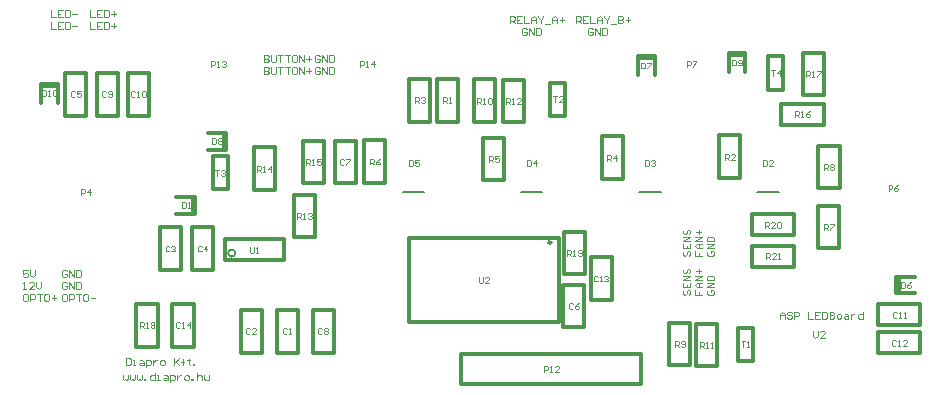
<source format=gto>
%FSLAX25Y25*%
%MOIN*%
G70*
G01*
G75*
G04 Layer_Color=65535*
%ADD10R,0.05118X0.03937*%
%ADD11R,0.03937X0.05118*%
%ADD12R,0.04921X0.06299*%
%ADD13R,0.06299X0.04921*%
%ADD14R,0.04724X0.02559*%
%ADD15O,0.02362X0.09449*%
%ADD16R,0.02362X0.09449*%
%ADD17O,0.02362X0.08661*%
%ADD18R,0.02362X0.08661*%
%ADD19R,0.07284X0.04724*%
%ADD20O,0.15748X0.05906*%
%ADD21R,0.15748X0.05906*%
%ADD22O,0.15748X0.05906*%
%ADD23O,0.05906X0.15748*%
%ADD24R,0.05906X0.15748*%
%ADD25O,0.05906X0.15748*%
%ADD26C,0.01200*%
%ADD27C,0.03937*%
%ADD28C,0.01000*%
%ADD29C,0.02000*%
%ADD30C,0.03150*%
%ADD31C,0.00472*%
%ADD32C,0.27559*%
%ADD33C,0.05906*%
%ADD34R,0.05906X0.05906*%
G04:AMPARAMS|DCode=35|XSize=78.74mil|YSize=60mil|CornerRadius=0mil|HoleSize=0mil|Usage=FLASHONLY|Rotation=0.000|XOffset=0mil|YOffset=0mil|HoleType=Round|Shape=Octagon|*
%AMOCTAGOND35*
4,1,8,0.03937,-0.01500,0.03937,0.01500,0.02437,0.03000,-0.02437,0.03000,-0.03937,0.01500,-0.03937,-0.01500,-0.02437,-0.03000,0.02437,-0.03000,0.03937,-0.01500,0.0*
%
%ADD35OCTAGOND35*%

%ADD36C,0.05000*%
%ADD37C,0.00787*%
%ADD38C,0.00984*%
%ADD39C,0.00394*%
D26*
X195283Y216013D02*
Y230187D01*
X188197Y216013D02*
X195283D01*
X188197D02*
Y230187D01*
X195283D01*
X250913Y218457D02*
X265087D01*
X250913D02*
Y225543D01*
X265087D01*
Y218457D02*
Y225543D01*
X250913Y228957D02*
X265087D01*
X250913D02*
Y236043D01*
X265087D01*
Y228957D02*
Y236043D01*
X101197Y246313D02*
X108283D01*
Y260487D01*
X101197D02*
X108283D01*
X101197Y246313D02*
Y260487D01*
X45717Y191913D02*
Y206087D01*
X52803D01*
Y191913D02*
Y206087D01*
X45717Y191913D02*
X52803D01*
X99543Y189913D02*
Y204087D01*
X92457Y189913D02*
X99543D01*
X92457D02*
Y204087D01*
X99543D01*
X87543Y189913D02*
Y204087D01*
X80457Y189913D02*
X87543D01*
X80457D02*
Y204087D01*
X87543D01*
X53497Y217513D02*
Y231687D01*
X60584D01*
Y217513D02*
Y231687D01*
X53497Y217513D02*
X60584D01*
X64197D02*
Y231687D01*
X71284D01*
Y217513D02*
Y231687D01*
X64197Y217513D02*
X71284D01*
X21957Y268913D02*
Y283087D01*
X29043D01*
Y268913D02*
Y283087D01*
X21957Y268913D02*
X29043D01*
X195083Y198413D02*
Y212587D01*
X187997Y198413D02*
X195083D01*
X187997D02*
Y212587D01*
X195083D01*
X64542Y236244D02*
Y241756D01*
X65290Y236244D02*
Y241756D01*
X58991Y236244D02*
X65290D01*
X58991Y241756D02*
X65290D01*
X299798Y209644D02*
Y215156D01*
X299050Y209644D02*
Y215156D01*
X305350D01*
X299050Y209644D02*
X305350D01*
X212944Y288002D02*
X218456D01*
X212944Y288750D02*
X218456D01*
Y282450D02*
Y288750D01*
X212944Y282450D02*
Y288750D01*
X75002Y257544D02*
Y263056D01*
X75750Y257544D02*
Y263056D01*
X69450Y257544D02*
X75750D01*
X69450Y263056D02*
X75750D01*
X145797Y266913D02*
X152884D01*
Y281087D01*
X145797D02*
X152884D01*
X145797Y266913D02*
Y281087D01*
X239897Y262287D02*
X246984D01*
X239897Y248113D02*
Y262287D01*
Y248113D02*
X246984D01*
Y262287D01*
X136597Y266863D02*
X143684D01*
Y281037D01*
X136597D02*
X143684D01*
X136597Y266863D02*
Y281037D01*
X200797Y261987D02*
X207884D01*
X200797Y247813D02*
Y261987D01*
Y247813D02*
X207884D01*
Y261987D01*
X161297Y261587D02*
X168384D01*
X161297Y247413D02*
Y261587D01*
Y247413D02*
X168384D01*
Y261587D01*
X121647Y260637D02*
X128734D01*
X121647Y246463D02*
Y260637D01*
Y246463D02*
X128734D01*
Y260637D01*
X272957Y224613D02*
X280043D01*
Y238787D01*
X272957D02*
X280043D01*
X272957Y224613D02*
Y238787D01*
X223297Y199787D02*
X230383D01*
X223297Y185613D02*
Y199787D01*
Y185613D02*
X230383D01*
Y199787D01*
X158297Y280987D02*
X165384D01*
X158297Y266813D02*
Y280987D01*
Y266813D02*
X165384D01*
Y280987D01*
X232297Y185413D02*
X239384D01*
Y199587D01*
X232297D02*
X239384D01*
X232297Y185413D02*
Y199587D01*
X167897Y266613D02*
X174984D01*
Y280787D01*
X167897D02*
X174984D01*
X167897Y266613D02*
Y280787D01*
X98257Y242587D02*
X105343D01*
X98257Y228413D02*
Y242587D01*
Y228413D02*
X105343D01*
Y242587D01*
X84797Y258287D02*
X91883D01*
X84797Y244113D02*
Y258287D01*
Y244113D02*
X91883D01*
Y258287D01*
X274787Y265767D02*
Y272853D01*
X260613D02*
X274787D01*
X260613Y265767D02*
Y272853D01*
Y265767D02*
X274787D01*
X267997Y289887D02*
X275083D01*
X267997Y275713D02*
Y289887D01*
Y275713D02*
X275083D01*
Y289887D01*
X246240Y187188D02*
Y198212D01*
X251240Y187188D02*
Y198212D01*
X246240D02*
X251240D01*
X246240Y187188D02*
X251240D01*
X183740Y268788D02*
Y279812D01*
X188740Y268788D02*
Y279812D01*
X183740D02*
X188740D01*
X183740Y268788D02*
X188740D01*
X76200Y244288D02*
Y255312D01*
X71200Y244288D02*
Y255312D01*
Y244288D02*
X76200D01*
X71200Y255312D02*
X76200D01*
X273057Y244613D02*
X280143D01*
Y258787D01*
X273057D02*
X280143D01*
X273057Y244613D02*
Y258787D01*
X94833Y220657D02*
Y227743D01*
X75148Y220657D02*
Y227743D01*
X94833D01*
X75148Y220657D02*
X94833D01*
X261340Y277588D02*
Y288612D01*
X256340Y277588D02*
Y288612D01*
Y277588D02*
X261340D01*
X256340Y288612D02*
X261340D01*
X154040Y189500D02*
X214040D01*
X154040Y179500D02*
X214040D01*
Y189500D01*
X154040Y179500D02*
Y189500D01*
X243144Y289002D02*
X248656D01*
X243144Y289750D02*
X248656D01*
Y283450D02*
Y289750D01*
X243144Y283450D02*
Y289750D01*
X111797Y246313D02*
Y260487D01*
X118884D01*
Y246313D02*
Y260487D01*
X111797Y246313D02*
X118884D01*
X136640Y228200D02*
X186540D01*
X136640Y200200D02*
X186540D01*
Y228200D01*
X136640Y200200D02*
Y228200D01*
X57717Y206087D02*
X64803D01*
X57717Y191913D02*
Y206087D01*
Y191913D02*
X64803D01*
Y206087D01*
X104457Y204087D02*
X111543D01*
X104457Y189913D02*
Y204087D01*
Y189913D02*
X111543D01*
Y204087D01*
X42957Y268913D02*
X50043D01*
Y283087D01*
X42957D02*
X50043D01*
X42957Y268913D02*
Y283087D01*
X32457Y268913D02*
X39543D01*
Y283087D01*
X32457D02*
X39543D01*
X32457Y268913D02*
Y283087D01*
X307087Y189657D02*
Y196743D01*
X292913D02*
X307087D01*
X292913Y189657D02*
Y196743D01*
Y189657D02*
X307087D01*
Y198957D02*
Y206043D01*
X292913D02*
X307087D01*
X292913Y198957D02*
Y206043D01*
Y198957D02*
X307087D01*
X197097Y207513D02*
X204184D01*
Y221687D01*
X197097D02*
X204184D01*
X197097Y207513D02*
Y221687D01*
X13944Y278702D02*
X19456D01*
X13944Y279450D02*
X19456D01*
Y273150D02*
Y279450D01*
X13944Y273150D02*
Y279450D01*
D31*
X41241Y182295D02*
Y181114D01*
X41635Y180720D01*
X42028Y181114D01*
X42422Y180720D01*
X42815Y181114D01*
Y182295D01*
X43602D02*
Y181114D01*
X43996Y180720D01*
X44390Y181114D01*
X44783Y180720D01*
X45177Y181114D01*
Y182295D01*
X45964D02*
Y181114D01*
X46357Y180720D01*
X46751Y181114D01*
X47144Y180720D01*
X47538Y181114D01*
Y182295D01*
X48325Y180720D02*
Y181114D01*
X48719D01*
Y180720D01*
X48325D01*
X51867Y183082D02*
Y180720D01*
X50687D01*
X50293Y181114D01*
Y181901D01*
X50687Y182295D01*
X51867D01*
X52655Y180720D02*
X53442D01*
X53048D01*
Y182295D01*
X52655D01*
X55016D02*
X55803D01*
X56197Y181901D01*
Y180720D01*
X55016D01*
X54622Y181114D01*
X55016Y181508D01*
X56197D01*
X56984Y179933D02*
Y182295D01*
X58165D01*
X58558Y181901D01*
Y181114D01*
X58165Y180720D01*
X56984D01*
X59345Y182295D02*
Y180720D01*
Y181508D01*
X59739Y181901D01*
X60132Y182295D01*
X60526D01*
X62100Y180720D02*
X62888D01*
X63281Y181114D01*
Y181901D01*
X62888Y182295D01*
X62100D01*
X61707Y181901D01*
Y181114D01*
X62100Y180720D01*
X64068D02*
Y181114D01*
X64462D01*
Y180720D01*
X64068D01*
X66036Y183082D02*
Y180720D01*
Y181901D01*
X66430Y182295D01*
X67217D01*
X67610Y181901D01*
Y180720D01*
X68397Y182295D02*
Y181114D01*
X68791Y180720D01*
X69972D01*
Y182295D01*
X42241Y188082D02*
Y185721D01*
X43422D01*
X43815Y186114D01*
Y187688D01*
X43422Y188082D01*
X42241D01*
X44602Y185721D02*
X45390D01*
X44996D01*
Y187295D01*
X44602D01*
X46964D02*
X47751D01*
X48145Y186901D01*
Y185721D01*
X46964D01*
X46570Y186114D01*
X46964Y186508D01*
X48145D01*
X48932Y184933D02*
Y187295D01*
X50112D01*
X50506Y186901D01*
Y186114D01*
X50112Y185721D01*
X48932D01*
X51293Y187295D02*
Y185721D01*
Y186508D01*
X51687Y186901D01*
X52080Y187295D01*
X52474D01*
X54048Y185721D02*
X54835D01*
X55229Y186114D01*
Y186901D01*
X54835Y187295D01*
X54048D01*
X53655Y186901D01*
Y186114D01*
X54048Y185721D01*
X58377Y188082D02*
Y185721D01*
Y186508D01*
X59952Y188082D01*
X58771Y186901D01*
X59952Y185721D01*
X61132D02*
Y187688D01*
Y186901D01*
X60739D01*
X61526D01*
X61132D01*
Y187688D01*
X61526Y188082D01*
X63100Y187688D02*
Y187295D01*
X62707D01*
X63494D01*
X63100D01*
Y186114D01*
X63494Y185721D01*
X64675D02*
Y186114D01*
X65068D01*
Y185721D01*
X64675D01*
X260241Y201220D02*
Y202795D01*
X261028Y203582D01*
X261815Y202795D01*
Y201220D01*
Y202401D01*
X260241D01*
X264177Y203188D02*
X263783Y203582D01*
X262996D01*
X262602Y203188D01*
Y202795D01*
X262996Y202401D01*
X263783D01*
X264177Y202008D01*
Y201614D01*
X263783Y201220D01*
X262996D01*
X262602Y201614D01*
X264964Y201220D02*
Y203582D01*
X266144D01*
X266538Y203188D01*
Y202401D01*
X266144Y202008D01*
X264964D01*
X269687Y203582D02*
Y201220D01*
X271261D01*
X273622Y203582D02*
X272048D01*
Y201220D01*
X273622D01*
X272048Y202401D02*
X272835D01*
X274410Y203582D02*
Y201220D01*
X275590D01*
X275984Y201614D01*
Y203188D01*
X275590Y203582D01*
X274410D01*
X276771D02*
Y201220D01*
X277952D01*
X278345Y201614D01*
Y202008D01*
X277952Y202401D01*
X276771D01*
X277952D01*
X278345Y202795D01*
Y203188D01*
X277952Y203582D01*
X276771D01*
X279526Y201220D02*
X280313D01*
X280707Y201614D01*
Y202401D01*
X280313Y202795D01*
X279526D01*
X279133Y202401D01*
Y201614D01*
X279526Y201220D01*
X281888Y202795D02*
X282675D01*
X283068Y202401D01*
Y201220D01*
X281888D01*
X281494Y201614D01*
X281888Y202008D01*
X283068D01*
X283855Y202795D02*
Y201220D01*
Y202008D01*
X284249Y202401D01*
X284643Y202795D01*
X285036D01*
X287791Y203582D02*
Y201220D01*
X286610D01*
X286217Y201614D01*
Y202401D01*
X286610Y202795D01*
X287791D01*
X271241Y197082D02*
Y195508D01*
X272028Y194720D01*
X272815Y195508D01*
Y197082D01*
X275177Y194720D02*
X273602D01*
X275177Y196295D01*
Y196688D01*
X274783Y197082D01*
X273996D01*
X273602Y196688D01*
X231918Y210815D02*
Y209241D01*
X233099D01*
Y210028D01*
Y209241D01*
X234279D01*
Y211602D02*
X232705D01*
X231918Y212389D01*
X232705Y213177D01*
X234279D01*
X233099D01*
Y211602D01*
X234279Y213964D02*
X231918D01*
X234279Y215538D01*
X231918D01*
X233099Y216325D02*
Y217899D01*
X232312Y217112D02*
X233886D01*
X236312Y210815D02*
X235918Y210422D01*
Y209634D01*
X236312Y209241D01*
X237886D01*
X238280Y209634D01*
Y210422D01*
X237886Y210815D01*
X237099D01*
Y210028D01*
X238280Y211602D02*
X235918D01*
X238280Y213177D01*
X235918D01*
Y213964D02*
X238280D01*
Y215144D01*
X237886Y215538D01*
X236312D01*
X235918Y215144D01*
Y213964D01*
X236312Y223815D02*
X235918Y223422D01*
Y222635D01*
X236312Y222241D01*
X237886D01*
X238280Y222635D01*
Y223422D01*
X237886Y223815D01*
X237099D01*
Y223028D01*
X238280Y224602D02*
X235918D01*
X238280Y226177D01*
X235918D01*
Y226964D02*
X238280D01*
Y228145D01*
X237886Y228538D01*
X236312D01*
X235918Y228145D01*
Y226964D01*
X231918Y223815D02*
Y222241D01*
X233099D01*
Y223028D01*
Y222241D01*
X234279D01*
Y224602D02*
X232705D01*
X231918Y225390D01*
X232705Y226177D01*
X234279D01*
X233099D01*
Y224602D01*
X234279Y226964D02*
X231918D01*
X234279Y228538D01*
X231918D01*
X233099Y229325D02*
Y230900D01*
X232312Y230112D02*
X233886D01*
X228312Y223815D02*
X227918Y223422D01*
Y222635D01*
X228312Y222241D01*
X228705D01*
X229099Y222635D01*
Y223422D01*
X229492Y223815D01*
X229886D01*
X230279Y223422D01*
Y222635D01*
X229886Y222241D01*
X227918Y226177D02*
Y224602D01*
X230279D01*
Y226177D01*
X229099Y224602D02*
Y225390D01*
X230279Y226964D02*
X227918D01*
X230279Y228538D01*
X227918D01*
X228312Y230900D02*
X227918Y230506D01*
Y229719D01*
X228312Y229325D01*
X228705D01*
X229099Y229719D01*
Y230506D01*
X229492Y230900D01*
X229886D01*
X230279Y230506D01*
Y229719D01*
X229886Y229325D01*
X228312Y210815D02*
X227918Y210422D01*
Y209634D01*
X228312Y209241D01*
X228705D01*
X229099Y209634D01*
Y210422D01*
X229492Y210815D01*
X229886D01*
X230279Y210422D01*
Y209634D01*
X229886Y209241D01*
X227918Y213177D02*
Y211602D01*
X230279D01*
Y213177D01*
X229099Y211602D02*
Y212389D01*
X230279Y213964D02*
X227918D01*
X230279Y215538D01*
X227918D01*
X228312Y217899D02*
X227918Y217506D01*
Y216719D01*
X228312Y216325D01*
X228705D01*
X229099Y216719D01*
Y217506D01*
X229492Y217899D01*
X229886D01*
X230279Y217506D01*
Y216719D01*
X229886Y216325D01*
X175815Y297688D02*
X175422Y298082D01*
X174635D01*
X174241Y297688D01*
Y296114D01*
X174635Y295721D01*
X175422D01*
X175815Y296114D01*
Y296901D01*
X175028D01*
X176602Y295721D02*
Y298082D01*
X178177Y295721D01*
Y298082D01*
X178964D02*
Y295721D01*
X180145D01*
X180538Y296114D01*
Y297688D01*
X180145Y298082D01*
X178964D01*
X197815Y297688D02*
X197422Y298082D01*
X196634D01*
X196241Y297688D01*
Y296114D01*
X196634Y295721D01*
X197422D01*
X197815Y296114D01*
Y296901D01*
X197028D01*
X198602Y295721D02*
Y298082D01*
X200177Y295721D01*
Y298082D01*
X200964D02*
Y295721D01*
X202145D01*
X202538Y296114D01*
Y297688D01*
X202145Y298082D01*
X200964D01*
X192241Y299721D02*
Y302082D01*
X193422D01*
X193815Y301688D01*
Y300901D01*
X193422Y300508D01*
X192241D01*
X193028D02*
X193815Y299721D01*
X196177Y302082D02*
X194602D01*
Y299721D01*
X196177D01*
X194602Y300901D02*
X195389D01*
X196964Y302082D02*
Y299721D01*
X198538D01*
X199325D02*
Y301295D01*
X200112Y302082D01*
X200900Y301295D01*
Y299721D01*
Y300901D01*
X199325D01*
X201687Y302082D02*
Y301688D01*
X202474Y300901D01*
X203261Y301688D01*
Y302082D01*
X202474Y300901D02*
Y299721D01*
X204048Y299327D02*
X205622D01*
X206410Y302082D02*
Y299721D01*
X207590D01*
X207984Y300114D01*
Y300508D01*
X207590Y300901D01*
X206410D01*
X207590D01*
X207984Y301295D01*
Y301688D01*
X207590Y302082D01*
X206410D01*
X208771Y300901D02*
X210345D01*
X209558Y301688D02*
Y300114D01*
X170241Y299721D02*
Y302082D01*
X171422D01*
X171815Y301688D01*
Y300901D01*
X171422Y300508D01*
X170241D01*
X171028D02*
X171815Y299721D01*
X174177Y302082D02*
X172602D01*
Y299721D01*
X174177D01*
X172602Y300901D02*
X173389D01*
X174964Y302082D02*
Y299721D01*
X176538D01*
X177325D02*
Y301295D01*
X178112Y302082D01*
X178900Y301295D01*
Y299721D01*
Y300901D01*
X177325D01*
X179687Y302082D02*
Y301688D01*
X180474Y300901D01*
X181261Y301688D01*
Y302082D01*
X180474Y300901D02*
Y299721D01*
X182048Y299327D02*
X183622D01*
X184410Y299721D02*
Y301295D01*
X185197Y302082D01*
X185984Y301295D01*
Y299721D01*
Y300901D01*
X184410D01*
X186771D02*
X188345D01*
X187558Y301688D02*
Y300114D01*
X88241Y285082D02*
Y282720D01*
X89422D01*
X89815Y283114D01*
Y283508D01*
X89422Y283901D01*
X88241D01*
X89422D01*
X89815Y284295D01*
Y284688D01*
X89422Y285082D01*
X88241D01*
X90602D02*
Y283114D01*
X90996Y282720D01*
X91783D01*
X92177Y283114D01*
Y285082D01*
X92964D02*
X94538D01*
X93751D01*
Y282720D01*
X95325Y285082D02*
X96899D01*
X96112D01*
Y282720D01*
X98867Y285082D02*
X98080D01*
X97687Y284688D01*
Y283114D01*
X98080Y282720D01*
X98867D01*
X99261Y283114D01*
Y284688D01*
X98867Y285082D01*
X100048Y282720D02*
Y285082D01*
X101622Y282720D01*
Y285082D01*
X102410Y283901D02*
X103984D01*
X103197Y284688D02*
Y283114D01*
X106815Y284688D02*
X106422Y285082D01*
X105634D01*
X105241Y284688D01*
Y283114D01*
X105634Y282720D01*
X106422D01*
X106815Y283114D01*
Y283901D01*
X106028D01*
X107602Y282720D02*
Y285082D01*
X109177Y282720D01*
Y285082D01*
X109964D02*
Y282720D01*
X111144D01*
X111538Y283114D01*
Y284688D01*
X111144Y285082D01*
X109964D01*
X106815Y288688D02*
X106422Y289082D01*
X105634D01*
X105241Y288688D01*
Y287114D01*
X105634Y286720D01*
X106422D01*
X106815Y287114D01*
Y287901D01*
X106028D01*
X107602Y286720D02*
Y289082D01*
X109177Y286720D01*
Y289082D01*
X109964D02*
Y286720D01*
X111144D01*
X111538Y287114D01*
Y288688D01*
X111144Y289082D01*
X109964D01*
X88241D02*
Y286720D01*
X89422D01*
X89815Y287114D01*
Y287508D01*
X89422Y287901D01*
X88241D01*
X89422D01*
X89815Y288295D01*
Y288688D01*
X89422Y289082D01*
X88241D01*
X90602D02*
Y287114D01*
X90996Y286720D01*
X91783D01*
X92177Y287114D01*
Y289082D01*
X92964D02*
X94538D01*
X93751D01*
Y286720D01*
X95325Y289082D02*
X96899D01*
X96112D01*
Y286720D01*
X98867Y289082D02*
X98080D01*
X97687Y288688D01*
Y287114D01*
X98080Y286720D01*
X98867D01*
X99261Y287114D01*
Y288688D01*
X98867Y289082D01*
X100048Y286720D02*
Y289082D01*
X101622Y286720D01*
Y289082D01*
X102410Y287901D02*
X103984D01*
X103197Y288688D02*
Y287114D01*
X9574Y217361D02*
X8000D01*
Y216181D01*
X8787Y216574D01*
X9181D01*
X9574Y216181D01*
Y215394D01*
X9181Y215000D01*
X8394D01*
X8000Y215394D01*
X10361Y217361D02*
Y215787D01*
X11149Y215000D01*
X11936Y215787D01*
Y217361D01*
X22574Y216968D02*
X22181Y217361D01*
X21394D01*
X21000Y216968D01*
Y215394D01*
X21394Y215000D01*
X22181D01*
X22574Y215394D01*
Y216181D01*
X21787D01*
X23361Y215000D02*
Y217361D01*
X24936Y215000D01*
Y217361D01*
X25723D02*
Y215000D01*
X26904D01*
X27297Y215394D01*
Y216968D01*
X26904Y217361D01*
X25723D01*
X22574Y212968D02*
X22181Y213361D01*
X21394D01*
X21000Y212968D01*
Y211394D01*
X21394Y211000D01*
X22181D01*
X22574Y211394D01*
Y212181D01*
X21787D01*
X23361Y211000D02*
Y213361D01*
X24936Y211000D01*
Y213361D01*
X25723D02*
Y211000D01*
X26904D01*
X27297Y211394D01*
Y212968D01*
X26904Y213361D01*
X25723D01*
X22181Y209361D02*
X21394D01*
X21000Y208968D01*
Y207394D01*
X21394Y207000D01*
X22181D01*
X22574Y207394D01*
Y208968D01*
X22181Y209361D01*
X23361Y207000D02*
Y209361D01*
X24542D01*
X24936Y208968D01*
Y208181D01*
X24542Y207787D01*
X23361D01*
X25723Y209361D02*
X27297D01*
X26510D01*
Y207000D01*
X29265Y209361D02*
X28478D01*
X28084Y208968D01*
Y207394D01*
X28478Y207000D01*
X29265D01*
X29659Y207394D01*
Y208968D01*
X29265Y209361D01*
X30446Y208181D02*
X32020D01*
X9181Y209361D02*
X8394D01*
X8000Y208968D01*
Y207394D01*
X8394Y207000D01*
X9181D01*
X9574Y207394D01*
Y208968D01*
X9181Y209361D01*
X10361Y207000D02*
Y209361D01*
X11542D01*
X11936Y208968D01*
Y208181D01*
X11542Y207787D01*
X10361D01*
X12723Y209361D02*
X14297D01*
X13510D01*
Y207000D01*
X16265Y209361D02*
X15478D01*
X15084Y208968D01*
Y207394D01*
X15478Y207000D01*
X16265D01*
X16659Y207394D01*
Y208968D01*
X16265Y209361D01*
X17446Y208181D02*
X19020D01*
X18233Y208968D02*
Y207394D01*
X8000Y211000D02*
X8787D01*
X8394D01*
Y213361D01*
X8000Y212968D01*
X11542Y211000D02*
X9968D01*
X11542Y212574D01*
Y212968D01*
X11149Y213361D01*
X10361D01*
X9968Y212968D01*
X12329Y213361D02*
Y211787D01*
X13116Y211000D01*
X13904Y211787D01*
Y213361D01*
X17241Y300082D02*
Y297721D01*
X18815D01*
X21177Y300082D02*
X19602D01*
Y297721D01*
X21177D01*
X19602Y298901D02*
X20390D01*
X21964Y300082D02*
Y297721D01*
X23144D01*
X23538Y298114D01*
Y299688D01*
X23144Y300082D01*
X21964D01*
X24325Y298901D02*
X25899D01*
X30241Y300082D02*
Y297721D01*
X31815D01*
X34177Y300082D02*
X32602D01*
Y297721D01*
X34177D01*
X32602Y298901D02*
X33389D01*
X34964Y300082D02*
Y297721D01*
X36145D01*
X36538Y298114D01*
Y299688D01*
X36145Y300082D01*
X34964D01*
X37325Y298901D02*
X38899D01*
X38112Y299688D02*
Y298114D01*
X30241Y304082D02*
Y301720D01*
X31815D01*
X34177Y304082D02*
X32602D01*
Y301720D01*
X34177D01*
X32602Y302901D02*
X33389D01*
X34964Y304082D02*
Y301720D01*
X36145D01*
X36538Y302114D01*
Y303688D01*
X36145Y304082D01*
X34964D01*
X37325Y302901D02*
X38899D01*
X38112Y303688D02*
Y302114D01*
X17241Y304082D02*
Y301720D01*
X18815D01*
X21177Y304082D02*
X19602D01*
Y301720D01*
X21177D01*
X19602Y302901D02*
X20390D01*
X21964Y304082D02*
Y301720D01*
X23144D01*
X23538Y302114D01*
Y303688D01*
X23144Y304082D01*
X21964D01*
X24325Y302901D02*
X25899D01*
D37*
X78691Y223019D02*
G03*
X78691Y223019I-1181J0D01*
G01*
X252735Y243398D02*
X259822D01*
X213365D02*
X220452D01*
X173995D02*
X181082D01*
X134625D02*
X141712D01*
D38*
X183979Y226649D02*
G03*
X183979Y226649I-492J0D01*
G01*
D39*
X255740Y221000D02*
Y222968D01*
X256724D01*
X257052Y222640D01*
Y221984D01*
X256724Y221656D01*
X255740D01*
X256396D02*
X257052Y221000D01*
X259020D02*
X257708D01*
X259020Y222312D01*
Y222640D01*
X258692Y222968D01*
X258036D01*
X257708Y222640D01*
X259676Y221000D02*
X260332D01*
X260004D01*
Y222968D01*
X259676Y222640D01*
X255340Y231500D02*
Y233468D01*
X256324D01*
X256652Y233140D01*
Y232484D01*
X256324Y232156D01*
X255340D01*
X255996D02*
X256652Y231500D01*
X258620D02*
X257308D01*
X258620Y232812D01*
Y233140D01*
X258292Y233468D01*
X257636D01*
X257308Y233140D01*
X259276D02*
X259604Y233468D01*
X260260D01*
X260588Y233140D01*
Y231828D01*
X260260Y231500D01*
X259604D01*
X259276Y231828D01*
Y233140D01*
X189240Y222100D02*
Y224068D01*
X190224D01*
X190552Y223740D01*
Y223084D01*
X190224Y222756D01*
X189240D01*
X189896D02*
X190552Y222100D01*
X191208D02*
X191864D01*
X191536D01*
Y224068D01*
X191208Y223740D01*
X192848Y222428D02*
X193176Y222100D01*
X193832D01*
X194160Y222428D01*
Y223740D01*
X193832Y224068D01*
X193176D01*
X192848Y223740D01*
Y223412D01*
X193176Y223084D01*
X194160D01*
X159940Y215168D02*
Y213528D01*
X160268Y213200D01*
X160924D01*
X161252Y213528D01*
Y215168D01*
X163220Y213200D02*
X161908D01*
X163220Y214512D01*
Y214840D01*
X162892Y215168D01*
X162236D01*
X161908Y214840D01*
X46840Y198000D02*
Y199968D01*
X47824D01*
X48152Y199640D01*
Y198984D01*
X47824Y198656D01*
X46840D01*
X47496D02*
X48152Y198000D01*
X48808D02*
X49464D01*
X49136D01*
Y199968D01*
X48808Y199640D01*
X50448D02*
X50776Y199968D01*
X51432D01*
X51760Y199640D01*
Y199312D01*
X51432Y198984D01*
X51760Y198656D01*
Y198328D01*
X51432Y198000D01*
X50776D01*
X50448Y198328D01*
Y198656D01*
X50776Y198984D01*
X50448Y199312D01*
Y199640D01*
X50776Y198984D02*
X51432D01*
X95952Y197700D02*
X95624Y198028D01*
X94968D01*
X94640Y197700D01*
Y196388D01*
X94968Y196060D01*
X95624D01*
X95952Y196388D01*
X96608Y196060D02*
X97264D01*
X96936D01*
Y198028D01*
X96608Y197700D01*
X83652D02*
X83324Y198028D01*
X82668D01*
X82340Y197700D01*
Y196388D01*
X82668Y196060D01*
X83324D01*
X83652Y196388D01*
X85620Y196060D02*
X84308D01*
X85620Y197372D01*
Y197700D01*
X85292Y198028D01*
X84636D01*
X84308Y197700D01*
X56752Y225240D02*
X56424Y225568D01*
X55768D01*
X55440Y225240D01*
Y223928D01*
X55768Y223600D01*
X56424D01*
X56752Y223928D01*
X57408Y225240D02*
X57736Y225568D01*
X58392D01*
X58720Y225240D01*
Y224912D01*
X58392Y224584D01*
X58064D01*
X58392D01*
X58720Y224256D01*
Y223928D01*
X58392Y223600D01*
X57736D01*
X57408Y223928D01*
X67452Y225240D02*
X67124Y225568D01*
X66468D01*
X66140Y225240D01*
Y223928D01*
X66468Y223600D01*
X67124D01*
X67452Y223928D01*
X69092Y223600D02*
Y225568D01*
X68108Y224584D01*
X69420D01*
X25212Y276640D02*
X24884Y276968D01*
X24228D01*
X23900Y276640D01*
Y275328D01*
X24228Y275000D01*
X24884D01*
X25212Y275328D01*
X27180Y276968D02*
X25868D01*
Y275984D01*
X26524Y276312D01*
X26852D01*
X27180Y275984D01*
Y275328D01*
X26852Y275000D01*
X26196D01*
X25868Y275328D01*
X191252Y206140D02*
X190924Y206468D01*
X190268D01*
X189940Y206140D01*
Y204828D01*
X190268Y204500D01*
X190924D01*
X191252Y204828D01*
X193220Y206468D02*
X192564Y206140D01*
X191908Y205484D01*
Y204828D01*
X192236Y204500D01*
X192892D01*
X193220Y204828D01*
Y205156D01*
X192892Y205484D01*
X191908D01*
X115052Y254040D02*
X114724Y254368D01*
X114068D01*
X113740Y254040D01*
Y252728D01*
X114068Y252400D01*
X114724D01*
X115052Y252728D01*
X115708Y254368D02*
X117020D01*
Y254040D01*
X115708Y252728D01*
Y252400D01*
X60840Y239968D02*
Y238000D01*
X61824D01*
X62152Y238328D01*
Y239640D01*
X61824Y239968D01*
X60840D01*
X62808Y238000D02*
X63464D01*
X63136D01*
Y239968D01*
X62808Y239640D01*
X254640Y253968D02*
Y252000D01*
X255624D01*
X255952Y252328D01*
Y253640D01*
X255624Y253968D01*
X254640D01*
X257920Y252000D02*
X256608D01*
X257920Y253312D01*
Y253640D01*
X257592Y253968D01*
X256936D01*
X256608Y253640D01*
X215240Y253968D02*
Y252000D01*
X216224D01*
X216552Y252328D01*
Y253640D01*
X216224Y253968D01*
X215240D01*
X217208Y253640D02*
X217536Y253968D01*
X218192D01*
X218520Y253640D01*
Y253312D01*
X218192Y252984D01*
X217864D01*
X218192D01*
X218520Y252656D01*
Y252328D01*
X218192Y252000D01*
X217536D01*
X217208Y252328D01*
X175940Y253968D02*
Y252000D01*
X176924D01*
X177252Y252328D01*
Y253640D01*
X176924Y253968D01*
X175940D01*
X178892Y252000D02*
Y253968D01*
X177908Y252984D01*
X179220D01*
X136540Y253968D02*
Y252000D01*
X137524D01*
X137852Y252328D01*
Y253640D01*
X137524Y253968D01*
X136540D01*
X139820D02*
X138508D01*
Y252984D01*
X139164Y253312D01*
X139492D01*
X139820Y252984D01*
Y252328D01*
X139492Y252000D01*
X138836D01*
X138508Y252328D01*
X300540Y213368D02*
Y211400D01*
X301524D01*
X301852Y211728D01*
Y213040D01*
X301524Y213368D01*
X300540D01*
X303820D02*
X303164Y213040D01*
X302508Y212384D01*
Y211728D01*
X302836Y211400D01*
X303492D01*
X303820Y211728D01*
Y212056D01*
X303492Y212384D01*
X302508D01*
X214040Y286568D02*
Y284600D01*
X215024D01*
X215352Y284928D01*
Y286240D01*
X215024Y286568D01*
X214040D01*
X216008D02*
X217320D01*
Y286240D01*
X216008Y284928D01*
Y284600D01*
X70940Y261268D02*
Y259300D01*
X71924D01*
X72252Y259628D01*
Y260940D01*
X71924Y261268D01*
X70940D01*
X72908Y260940D02*
X73236Y261268D01*
X73892D01*
X74220Y260940D01*
Y260612D01*
X73892Y260284D01*
X74220Y259956D01*
Y259628D01*
X73892Y259300D01*
X73236D01*
X72908Y259628D01*
Y259956D01*
X73236Y260284D01*
X72908Y260612D01*
Y260940D01*
X73236Y260284D02*
X73892D01*
X244240Y287568D02*
Y285600D01*
X245224D01*
X245552Y285928D01*
Y287240D01*
X245224Y287568D01*
X244240D01*
X246208Y285928D02*
X246536Y285600D01*
X247192D01*
X247520Y285928D01*
Y287240D01*
X247192Y287568D01*
X246536D01*
X246208Y287240D01*
Y286912D01*
X246536Y286584D01*
X247520D01*
X181540Y183500D02*
Y185468D01*
X182524D01*
X182852Y185140D01*
Y184484D01*
X182524Y184156D01*
X181540D01*
X183508Y183500D02*
X184164D01*
X183836D01*
Y185468D01*
X183508Y185140D01*
X186460Y183500D02*
X185148D01*
X186460Y184812D01*
Y185140D01*
X186132Y185468D01*
X185476D01*
X185148Y185140D01*
X148040Y273000D02*
Y274968D01*
X149024D01*
X149352Y274640D01*
Y273984D01*
X149024Y273656D01*
X148040D01*
X148696D02*
X149352Y273000D01*
X150008D02*
X150664D01*
X150336D01*
Y274968D01*
X150008Y274640D01*
X241840Y254200D02*
Y256168D01*
X242824D01*
X243152Y255840D01*
Y255184D01*
X242824Y254856D01*
X241840D01*
X242496D02*
X243152Y254200D01*
X245120D02*
X243808D01*
X245120Y255512D01*
Y255840D01*
X244792Y256168D01*
X244136D01*
X243808Y255840D01*
X138540Y273000D02*
Y274968D01*
X139524D01*
X139852Y274640D01*
Y273984D01*
X139524Y273656D01*
X138540D01*
X139196D02*
X139852Y273000D01*
X140508Y274640D02*
X140836Y274968D01*
X141492D01*
X141820Y274640D01*
Y274312D01*
X141492Y273984D01*
X141164D01*
X141492D01*
X141820Y273656D01*
Y273328D01*
X141492Y273000D01*
X140836D01*
X140508Y273328D01*
X202740Y253900D02*
Y255868D01*
X203724D01*
X204052Y255540D01*
Y254884D01*
X203724Y254556D01*
X202740D01*
X203396D02*
X204052Y253900D01*
X205692D02*
Y255868D01*
X204708Y254884D01*
X206020D01*
X163240Y253500D02*
Y255468D01*
X164224D01*
X164552Y255140D01*
Y254484D01*
X164224Y254156D01*
X163240D01*
X163896D02*
X164552Y253500D01*
X166520Y255468D02*
X165208D01*
Y254484D01*
X165864Y254812D01*
X166192D01*
X166520Y254484D01*
Y253828D01*
X166192Y253500D01*
X165536D01*
X165208Y253828D01*
X123540Y252600D02*
Y254568D01*
X124524D01*
X124852Y254240D01*
Y253584D01*
X124524Y253256D01*
X123540D01*
X124196D02*
X124852Y252600D01*
X126820Y254568D02*
X126164Y254240D01*
X125508Y253584D01*
Y252928D01*
X125836Y252600D01*
X126492D01*
X126820Y252928D01*
Y253256D01*
X126492Y253584D01*
X125508D01*
X274840Y230700D02*
Y232668D01*
X275824D01*
X276152Y232340D01*
Y231684D01*
X275824Y231356D01*
X274840D01*
X275496D02*
X276152Y230700D01*
X276808Y232668D02*
X278120D01*
Y232340D01*
X276808Y231028D01*
Y230700D01*
X225240Y191700D02*
Y193668D01*
X226224D01*
X226552Y193340D01*
Y192684D01*
X226224Y192356D01*
X225240D01*
X225896D02*
X226552Y191700D01*
X227208Y192028D02*
X227536Y191700D01*
X228192D01*
X228520Y192028D01*
Y193340D01*
X228192Y193668D01*
X227536D01*
X227208Y193340D01*
Y193012D01*
X227536Y192684D01*
X228520D01*
X159340Y272900D02*
Y274868D01*
X160324D01*
X160652Y274540D01*
Y273884D01*
X160324Y273556D01*
X159340D01*
X159996D02*
X160652Y272900D01*
X161308D02*
X161964D01*
X161636D01*
Y274868D01*
X161308Y274540D01*
X162948D02*
X163276Y274868D01*
X163932D01*
X164260Y274540D01*
Y273228D01*
X163932Y272900D01*
X163276D01*
X162948Y273228D01*
Y274540D01*
X233740Y191500D02*
Y193468D01*
X234724D01*
X235052Y193140D01*
Y192484D01*
X234724Y192156D01*
X233740D01*
X234396D02*
X235052Y191500D01*
X235708D02*
X236364D01*
X236036D01*
Y193468D01*
X235708Y193140D01*
X237348Y191500D02*
X238004D01*
X237676D01*
Y193468D01*
X237348Y193140D01*
X168940Y272700D02*
Y274668D01*
X169924D01*
X170252Y274340D01*
Y273684D01*
X169924Y273356D01*
X168940D01*
X169596D02*
X170252Y272700D01*
X170908D02*
X171564D01*
X171236D01*
Y274668D01*
X170908Y274340D01*
X173860Y272700D02*
X172548D01*
X173860Y274012D01*
Y274340D01*
X173532Y274668D01*
X172876D01*
X172548Y274340D01*
X99340Y234500D02*
Y236468D01*
X100324D01*
X100652Y236140D01*
Y235484D01*
X100324Y235156D01*
X99340D01*
X99996D02*
X100652Y234500D01*
X101308D02*
X101964D01*
X101636D01*
Y236468D01*
X101308Y236140D01*
X102948D02*
X103276Y236468D01*
X103932D01*
X104260Y236140D01*
Y235812D01*
X103932Y235484D01*
X103604D01*
X103932D01*
X104260Y235156D01*
Y234828D01*
X103932Y234500D01*
X103276D01*
X102948Y234828D01*
X85840Y250200D02*
Y252168D01*
X86824D01*
X87152Y251840D01*
Y251184D01*
X86824Y250856D01*
X85840D01*
X86496D02*
X87152Y250200D01*
X87808D02*
X88464D01*
X88136D01*
Y252168D01*
X87808Y251840D01*
X90432Y250200D02*
Y252168D01*
X89448Y251184D01*
X90760D01*
X102240Y252400D02*
Y254368D01*
X103224D01*
X103552Y254040D01*
Y253384D01*
X103224Y253056D01*
X102240D01*
X102896D02*
X103552Y252400D01*
X104208D02*
X104864D01*
X104536D01*
Y254368D01*
X104208Y254040D01*
X107160Y254368D02*
X105848D01*
Y253384D01*
X106504Y253712D01*
X106832D01*
X107160Y253384D01*
Y252728D01*
X106832Y252400D01*
X106176D01*
X105848Y252728D01*
X265240Y268300D02*
Y270268D01*
X266224D01*
X266552Y269940D01*
Y269284D01*
X266224Y268956D01*
X265240D01*
X265896D02*
X266552Y268300D01*
X267208D02*
X267864D01*
X267536D01*
Y270268D01*
X267208Y269940D01*
X270160Y270268D02*
X269504Y269940D01*
X268848Y269284D01*
Y268628D01*
X269176Y268300D01*
X269832D01*
X270160Y268628D01*
Y268956D01*
X269832Y269284D01*
X268848D01*
X269040Y281800D02*
Y283768D01*
X270024D01*
X270352Y283440D01*
Y282784D01*
X270024Y282456D01*
X269040D01*
X269696D02*
X270352Y281800D01*
X271008D02*
X271664D01*
X271336D01*
Y283768D01*
X271008Y283440D01*
X272648Y283768D02*
X273960D01*
Y283440D01*
X272648Y282128D01*
Y281800D01*
X247440Y193668D02*
X248752D01*
X248096D01*
Y191700D01*
X249408D02*
X250064D01*
X249736D01*
Y193668D01*
X249408Y193340D01*
X184640Y275268D02*
X185952D01*
X185296D01*
Y273300D01*
X187920D02*
X186608D01*
X187920Y274612D01*
Y274940D01*
X187592Y275268D01*
X186936D01*
X186608Y274940D01*
X72040Y250768D02*
X73352D01*
X72696D01*
Y248800D01*
X74008Y250440D02*
X74336Y250768D01*
X74992D01*
X75320Y250440D01*
Y250112D01*
X74992Y249784D01*
X74664D01*
X74992D01*
X75320Y249456D01*
Y249128D01*
X74992Y248800D01*
X74336D01*
X74008Y249128D01*
X257240Y284068D02*
X258552D01*
X257896D01*
Y282100D01*
X260192D02*
Y284068D01*
X259208Y283084D01*
X260520D01*
X83640Y225168D02*
Y223528D01*
X83968Y223200D01*
X84624D01*
X84952Y223528D01*
Y225168D01*
X85608Y223200D02*
X86264D01*
X85936D01*
Y225168D01*
X85608Y224840D01*
X274940Y250700D02*
Y252668D01*
X275924D01*
X276252Y252340D01*
Y251684D01*
X275924Y251356D01*
X274940D01*
X275596D02*
X276252Y250700D01*
X276908Y252340D02*
X277236Y252668D01*
X277892D01*
X278220Y252340D01*
Y252012D01*
X277892Y251684D01*
X278220Y251356D01*
Y251028D01*
X277892Y250700D01*
X277236D01*
X276908Y251028D01*
Y251356D01*
X277236Y251684D01*
X276908Y252012D01*
Y252340D01*
X277236Y251684D02*
X277892D01*
X14240Y277268D02*
Y275300D01*
X15224D01*
X15552Y275628D01*
Y276940D01*
X15224Y277268D01*
X14240D01*
X16208Y275300D02*
X16864D01*
X16536D01*
Y277268D01*
X16208Y276940D01*
X17848D02*
X18176Y277268D01*
X18832D01*
X19160Y276940D01*
Y275628D01*
X18832Y275300D01*
X18176D01*
X17848Y275628D01*
Y276940D01*
X107652Y197640D02*
X107324Y197968D01*
X106668D01*
X106340Y197640D01*
Y196328D01*
X106668Y196000D01*
X107324D01*
X107652Y196328D01*
X108308Y197640D02*
X108636Y197968D01*
X109292D01*
X109620Y197640D01*
Y197312D01*
X109292Y196984D01*
X109620Y196656D01*
Y196328D01*
X109292Y196000D01*
X108636D01*
X108308Y196328D01*
Y196656D01*
X108636Y196984D01*
X108308Y197312D01*
Y197640D01*
X108636Y196984D02*
X109292D01*
X35712Y276640D02*
X35384Y276968D01*
X34728D01*
X34400Y276640D01*
Y275328D01*
X34728Y275000D01*
X35384D01*
X35712Y275328D01*
X36368D02*
X36696Y275000D01*
X37352D01*
X37680Y275328D01*
Y276640D01*
X37352Y276968D01*
X36696D01*
X36368Y276640D01*
Y276312D01*
X36696Y275984D01*
X37680D01*
X45312Y276640D02*
X44984Y276968D01*
X44328D01*
X44000Y276640D01*
Y275328D01*
X44328Y275000D01*
X44984D01*
X45312Y275328D01*
X45968Y275000D02*
X46624D01*
X46296D01*
Y276968D01*
X45968Y276640D01*
X47608D02*
X47936Y276968D01*
X48592D01*
X48920Y276640D01*
Y275328D01*
X48592Y275000D01*
X47936D01*
X47608Y275328D01*
Y276640D01*
X299152Y203140D02*
X298824Y203468D01*
X298168D01*
X297840Y203140D01*
Y201828D01*
X298168Y201500D01*
X298824D01*
X299152Y201828D01*
X299808Y201500D02*
X300464D01*
X300136D01*
Y203468D01*
X299808Y203140D01*
X301448Y201500D02*
X302104D01*
X301776D01*
Y203468D01*
X301448Y203140D01*
X298852Y193840D02*
X298524Y194168D01*
X297868D01*
X297540Y193840D01*
Y192528D01*
X297868Y192200D01*
X298524D01*
X298852Y192528D01*
X299508Y192200D02*
X300164D01*
X299836D01*
Y194168D01*
X299508Y193840D01*
X302460Y192200D02*
X301148D01*
X302460Y193512D01*
Y193840D01*
X302132Y194168D01*
X301476D01*
X301148Y193840D01*
X199452Y215240D02*
X199124Y215568D01*
X198468D01*
X198140Y215240D01*
Y213928D01*
X198468Y213600D01*
X199124D01*
X199452Y213928D01*
X200108Y213600D02*
X200764D01*
X200436D01*
Y215568D01*
X200108Y215240D01*
X201748D02*
X202076Y215568D01*
X202732D01*
X203060Y215240D01*
Y214912D01*
X202732Y214584D01*
X202404D01*
X202732D01*
X203060Y214256D01*
Y213928D01*
X202732Y213600D01*
X202076D01*
X201748Y213928D01*
X60152Y199640D02*
X59824Y199968D01*
X59168D01*
X58840Y199640D01*
Y198328D01*
X59168Y198000D01*
X59824D01*
X60152Y198328D01*
X60808Y198000D02*
X61464D01*
X61136D01*
Y199968D01*
X60808Y199640D01*
X63432Y198000D02*
Y199968D01*
X62448Y198984D01*
X63760D01*
X120340Y285000D02*
Y286968D01*
X121324D01*
X121652Y286640D01*
Y285984D01*
X121324Y285656D01*
X120340D01*
X122308Y285000D02*
X122964D01*
X122636D01*
Y286968D01*
X122308Y286640D01*
X124932Y285000D02*
Y286968D01*
X123948Y285984D01*
X125260D01*
X70640Y285000D02*
Y286968D01*
X71624D01*
X71952Y286640D01*
Y285984D01*
X71624Y285656D01*
X70640D01*
X72608Y285000D02*
X73264D01*
X72936D01*
Y286968D01*
X72608Y286640D01*
X74248D02*
X74576Y286968D01*
X75232D01*
X75560Y286640D01*
Y286312D01*
X75232Y285984D01*
X74904D01*
X75232D01*
X75560Y285656D01*
Y285328D01*
X75232Y285000D01*
X74576D01*
X74248Y285328D01*
X296440Y243700D02*
Y245668D01*
X297424D01*
X297752Y245340D01*
Y244684D01*
X297424Y244356D01*
X296440D01*
X299720Y245668D02*
X299064Y245340D01*
X298408Y244684D01*
Y244028D01*
X298736Y243700D01*
X299392D01*
X299720Y244028D01*
Y244356D01*
X299392Y244684D01*
X298408D01*
X229140Y285000D02*
Y286968D01*
X230124D01*
X230452Y286640D01*
Y285984D01*
X230124Y285656D01*
X229140D01*
X231108Y286968D02*
X232420D01*
Y286640D01*
X231108Y285328D01*
Y285000D01*
X27340Y242400D02*
Y244368D01*
X28324D01*
X28652Y244040D01*
Y243384D01*
X28324Y243056D01*
X27340D01*
X30292Y242400D02*
Y244368D01*
X29308Y243384D01*
X30620D01*
M02*

</source>
